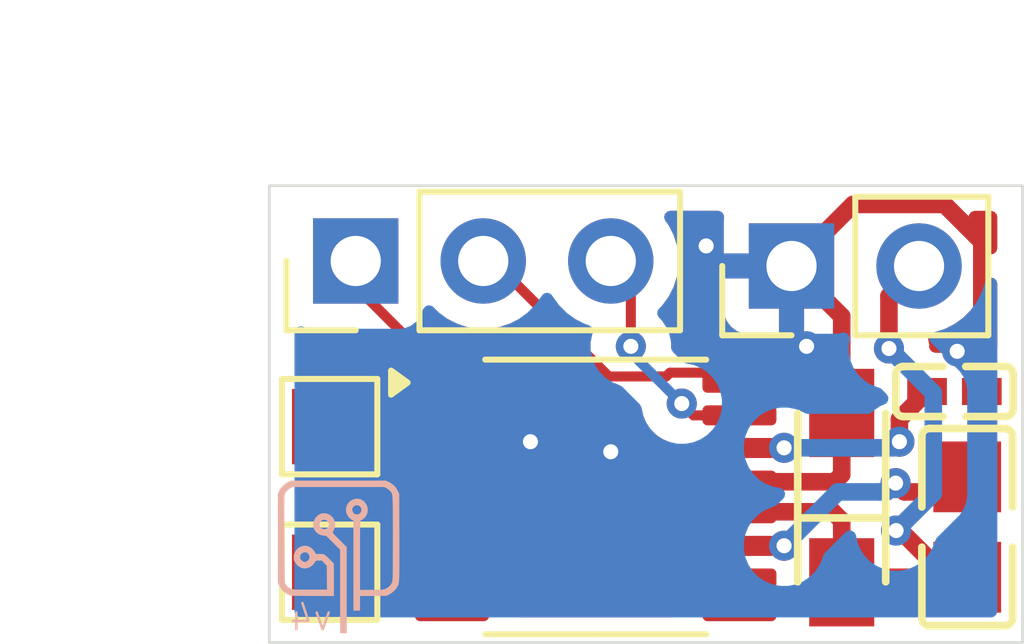
<source format=kicad_pcb>
(kicad_pcb (version 20241229) (generator "pcbnew") (generator_version "9.0")
  (layers (0 "F.Cu" signal) (2 "B.Cu" signal) (13 "F.Paste" user) (15 "B.Paste" user) (5 "F.SilkS" user "F.Silkscreen") (7 "B.SilkS" user "B.Silkscreen") (1 "F.Mask" user) (3 "B.Mask" user) (25 "Edge.Cuts" user))
  (net 0 "")
  (net 1 "GND")
  (net 2 "Net-(J2-Pin_2)")
  (net 3 "VCP")
  (net 4 "Net-(J1-Pin_3)")
  (net 6 "Net-(U1-VINT)")
  (net 11 "Net-(J1-Pin_1)")
  (net 12 "Net-(J3-Pin_1)")
  (net 13 "Net-(J4-Pin_1)")
  (net 14 "Net-(J1-Pin_2)")
  (footprint "CC0805KRX7R9BB104:CC0805KRX7R9BB104" (layer "F.Cu") (at 143.2 69.8 -90)
    (property "Reference" "C3" (hide yes))
    (property "Value" "100nF" (hide yes))
    (fp_line (start -0.4012 0.9036) (end -1.8112 0.9036) (stroke (width 0.1524)) (layer "F.SilkS"))
    (fp_line (start 0.4012 0.9036) (end 1.8112 0.9036) (stroke (width 0.1524)) (layer "F.SilkS"))
    (fp_line (start -1.9636 0.7512) (end -1.9636 -0.7512) (stroke (width 0.1524)) (layer "F.SilkS"))
    (fp_line (start 1.9636 0.7512) (end 1.9636 -0.7512) (stroke (width 0.1524)) (layer "F.SilkS"))
    (fp_line (start -1.8112 -0.9036) (end -0.4012 -0.9036) (stroke (width 0.1524)) (layer "F.SilkS"))
    (fp_line (start 1.8112 -0.9036) (end 0.4012 -0.9036) (stroke (width 0.1524)) (layer "F.SilkS"))
    (fp_arc (start -1.8112 0.9036) (mid -1.918963 0.858963) (end -1.9636 0.7512) (stroke (width 0.1524)) (layer "F.SilkS"))
    (fp_arc (start 1.9636 0.7512) (mid 1.918963 0.858963) (end 1.8112 0.9036) (stroke (width 0.1524)) (layer "F.SilkS"))
    (fp_arc (start -1.9636 -0.7512) (mid -1.918963 -0.858963) (end -1.8112 -0.9036) (stroke (width 0.1524)) (layer "F.SilkS"))
    (fp_arc (start 1.8112 -0.9036) (mid 1.918963 -0.858963) (end 1.9636 -0.7512) (stroke (width 0.1524)) (layer "F.SilkS"))
    (pad "1" smd rect (at -1 0 270) (size 1.41 1.35) (layers "F.Cu" "F.Mask" "F.Paste") (net 3 "VCP"))
    (pad "2" smd rect (at 1 0 270) (size 1.41 1.35) (layers "F.Cu" "F.Mask" "F.Paste") (net 2 "Net-(J2-Pin_2)"))
  )
  (footprint "Connector_PinHeader_2.54mm:PinHeader_1x02_P2.54mm_Vertical" (layer "F.Cu") (at 139.7 64.6 90)
    (property "Reference" "J2" (hide yes))
    (property "Value" "Conn_01x02_Pin" (hide yes))
    (fp_line (start -1.38 -1.38) (end 0 -1.38) (stroke (width 0.12)) (layer "F.SilkS"))
    (fp_line (start -1.38 0) (end -1.38 -1.38) (stroke (width 0.12)) (layer "F.SilkS"))
    (fp_line (start 1.38 1.27) (end 1.38 3.92) (stroke (width 0.12)) (layer "F.SilkS"))
    (fp_line (start -1.38 1.27) (end 1.38 1.27) (stroke (width 0.12)) (layer "F.SilkS"))
    (fp_line (start -1.38 1.27) (end -1.38 3.92) (stroke (width 0.12)) (layer "F.SilkS"))
    (fp_line (start -1.38 3.92) (end 1.38 3.92) (stroke (width 0.12)) (layer "F.SilkS"))
    (pad "1" thru_hole rect (at 0 0 90) (size 1.7 1.7) (drill 1) (layers "*.Cu" "*.Mask") (net 1 "GND"))
    (pad "2" thru_hole circle (at 0 2.54 90) (size 1.7 1.7) (drill 1) (layers "*.Cu" "*.Mask") (net 2 "Net-(J2-Pin_2)"))
  )
  (footprint "TestPoint:TestPoint_Pad_1.5x1.5mm" (layer "F.Cu") (at 130.5 67.8)
    (property "Reference" "J3" (hide yes))
    (property "Value" "Conn_01x01_Pad" (hide yes))
    (fp_line (start -0.95 -0.95) (end 0.95 -0.95) (stroke (width 0.12)) (layer "F.SilkS"))
    (fp_line (start -0.95 0.95) (end -0.95 -0.95) (stroke (width 0.12)) (layer "F.SilkS"))
    (fp_line (start 0.95 -0.95) (end 0.95 0.95) (stroke (width 0.12)) (layer "F.SilkS"))
    (fp_line (start 0.95 0.95) (end -0.95 0.95) (stroke (width 0.12)) (layer "F.SilkS"))
    (pad "1" smd rect (at 0 0) (size 1.5 1.5) (layers "F.Cu" "F.Mask") (net 12 "Net-(J3-Pin_1)"))
  )
  (footprint "Package_SO:TSSOP-16_4.4x5mm_P0.65mm" (layer "F.Cu") (at 135.8 69.2)
    (property "Reference" "U1" (hide yes))
    (property "Value" "DRV8833PW" (hide yes))
    (fp_line (start 0 -2.735) (end -2.2 -2.735) (stroke (width 0.12)) (layer "F.SilkS"))
    (fp_line (start 0 -2.735) (end 2.2 -2.735) (stroke (width 0.12)) (layer "F.SilkS"))
    (fp_line (start 0 2.735) (end -2.2 2.735) (stroke (width 0.12)) (layer "F.SilkS"))
    (fp_line (start 0 2.735) (end 2.2 2.735) (stroke (width 0.12)) (layer "F.SilkS"))
    (fp_poly (pts (xy -3.745838 -2.276973) (xy -4.075838 -2.036973) (xy -4.075838 -2.516973)) (stroke (width 0.12)) (fill yes) (layer "F.SilkS"))
    (pad "1" smd roundrect (at -2.8625 -2.275) (size 1.475 0.4) (layers "F.Cu" "F.Mask" "F.Paste") (net 11 "Net-(J1-Pin_1)"))
    (pad "2" smd roundrect (at -2.8625 -1.625) (size 1.475 0.4) (layers "F.Cu" "F.Mask" "F.Paste") (net 12 "Net-(J3-Pin_1)"))
    (pad "3" smd roundrect (at -2.8625 -0.975) (size 1.475 0.4) (layers "F.Cu" "F.Mask" "F.Paste") (net 1 "GND"))
    (pad "4" smd roundrect (at -2.8625 -0.325) (size 1.475 0.4) (layers "F.Cu" "F.Mask" "F.Paste") (net 13 "Net-(J4-Pin_1)"))
    (pad "5" smd roundrect (at -2.8625 0.325) (size 1.475 0.4) (layers "F.Cu" "F.Mask" "F.Paste"))
    (pad "6" smd roundrect (at -2.8625 0.975) (size 1.475 0.4) (layers "F.Cu" "F.Mask" "F.Paste") (net 1 "GND"))
    (pad "7" smd roundrect (at -2.8625 1.625) (size 1.475 0.4) (layers "F.Cu" "F.Mask" "F.Paste"))
    (pad "8" smd roundrect (at -2.8625 2.275) (size 1.475 0.4) (layers "F.Cu" "F.Mask" "F.Paste"))
    (pad "9" smd roundrect (at 2.8625 2.275) (size 1.475 0.4) (layers "F.Cu" "F.Mask" "F.Paste"))
    (pad "10" smd roundrect (at 2.8625 1.625) (size 1.475 0.4) (layers "F.Cu" "F.Mask" "F.Paste"))
    (pad "11" smd roundrect (at 2.8625 0.975) (size 1.475 0.4) (layers "F.Cu" "F.Mask" "F.Paste") (net 3 "VCP"))
    (pad "12" smd roundrect (at 2.8625 0.325) (size 1.475 0.4) (layers "F.Cu" "F.Mask" "F.Paste") (net 2 "Net-(J2-Pin_2)"))
    (pad "13" smd roundrect (at 2.8625 -0.325) (size 1.475 0.4) (layers "F.Cu" "F.Mask" "F.Paste") (net 1 "GND"))
    (pad "14" smd roundrect (at 2.8625 -0.975) (size 1.475 0.4) (layers "F.Cu" "F.Mask" "F.Paste") (net 6 "Net-(U1-VINT)"))
    (pad "15" smd roundrect (at 2.8625 -1.625) (size 1.475 0.4) (layers "F.Cu" "F.Mask" "F.Paste") (net 4 "Net-(J1-Pin_3)"))
    (pad "16" smd roundrect (at 2.8625 -2.275) (size 1.475 0.4) (layers "F.Cu" "F.Mask" "F.Paste") (net 14 "Net-(J1-Pin_2)"))
  )
  (footprint "GRM155R60J225KE01D:GRM155R60J225KE01D" (layer "F.Cu") (at 142.9451 67.1)
    (property "Reference" "C1" (hide yes))
    (property "Value" "2.2uF" (hide yes))
    (fp_line (start -1.1687 0.3462) (end -1.1687 -0.3462) (stroke (width 0.1524)) (layer "F.SilkS"))
    (fp_line (start -1.0163 -0.4986) (end -0.2262 -0.4986) (stroke (width 0.1524)) (layer "F.SilkS"))
    (fp_line (start -0.2262 0.4986) (end -1.0163 0.4986) (stroke (width 0.1524)) (layer "F.SilkS"))
    (fp_line (start 0.2262 0.4986) (end 1.0163 0.4986) (stroke (width 0.1524)) (layer "F.SilkS"))
    (fp_line (start 1.0163 -0.4986) (end 0.2262 -0.4986) (stroke (width 0.1524)) (layer "F.SilkS"))
    (fp_line (start 1.1687 0.3462) (end 1.1687 -0.3462) (stroke (width 0.1524)) (layer "F.SilkS"))
    (fp_arc (start -1.1687 -0.3462) (mid -1.124063 -0.453963) (end -1.0163 -0.4986) (stroke (width 0.1524)) (layer "F.SilkS"))
    (fp_arc (start -1.0163 0.4986) (mid -1.124063 0.453963) (end -1.1687 0.3462) (stroke (width 0.1524)) (layer "F.SilkS"))
    (fp_arc (start 1.0163 -0.4986) (mid 1.124063 -0.453963) (end 1.1687 -0.3462) (stroke (width 0.1524)) (layer "F.SilkS"))
    (fp_arc (start 1.1687 0.3462) (mid 1.124063 0.453963) (end 1.0163 0.4986) (stroke (width 0.1524)) (layer "F.SilkS"))
    (pad "1" smd rect (at -0.5451 0) (size 0.7901 0.54) (layers "F.Cu" "F.Mask" "F.Paste") (net 6 "Net-(U1-VINT)"))
    (pad "2" smd rect (at 0.5451 0) (size 0.7901 0.54) (layers "F.Cu" "F.Mask" "F.Paste") (net 1 "GND"))
  )
  (footprint "Connector_PinHeader_2.54mm:PinHeader_1x03_P2.54mm_Vertical" (layer "F.Cu") (at 131.02 64.5 90)
    (property "Reference" "J1" (hide yes))
    (property "Value" "Conn_01x03_Pin" (hide yes))
    (fp_line (start -1.38 -1.38) (end 0 -1.38) (stroke (width 0.12)) (layer "F.SilkS"))
    (fp_line (start -1.38 0) (end -1.38 -1.38) (stroke (width 0.12)) (layer "F.SilkS"))
    (fp_line (start 1.38 1.27) (end 1.38 6.46) (stroke (width 0.12)) (layer "F.SilkS"))
    (fp_line (start -1.38 1.27) (end 1.38 1.27) (stroke (width 0.12)) (layer "F.SilkS"))
    (fp_line (start -1.38 1.27) (end -1.38 6.46) (stroke (width 0.12)) (layer "F.SilkS"))
    (fp_line (start -1.38 6.46) (end 1.38 6.46) (stroke (width 0.12)) (layer "F.SilkS"))
    (pad "1" thru_hole rect (at 0 0 90) (size 1.7 1.7) (drill 1) (layers "*.Cu" "*.Mask") (net 11 "Net-(J1-Pin_1)"))
    (pad "2" thru_hole circle (at 0 2.54 90) (size 1.7 1.7) (drill 1) (layers "*.Cu" "*.Mask") (net 14 "Net-(J1-Pin_2)"))
    (pad "3" thru_hole circle (at 0 5.08 90) (size 1.7 1.7) (drill 1) (layers "*.Cu" "*.Mask") (net 4 "Net-(J1-Pin_3)"))
  )
  (footprint "TAJA106K016RNJ:TAJA106K016RNJ" (layer "F.Cu") (at 140.7 69.2137 90)
    (property "Reference" "C2" (hide yes))
    (property "Value" "10uF" (hide yes))
    (fp_line (start 1.6762 -0.8762) (end -1.6762 -0.8762) (stroke (width 0.1524)) (layer "F.SilkS"))
    (fp_line (start 1.6762 0.8762) (end -1.6762 0.8762) (stroke (width 0.1524)) (layer "F.SilkS"))
    (fp_line (start -0.4043 0.8762) (end -0.4043 -0.8762) (stroke (width 0.1524)) (layer "F.SilkS"))
    (pad "1" smd rect (at -1.6863 0 270) (size 1.7575 1.296) (layers "F.Cu" "F.Mask" "F.Paste") (net 2 "Net-(J2-Pin_2)"))
    (pad "2" smd rect (at 1.6863 0 270) (size 1.7575 1.296) (layers "F.Cu" "F.Mask" "F.Paste") (net 1 "GND"))
    (zone (net 0) (net_name "") (layer "F.SilkS") (priority 100) (connect_pads yes (clearance 0)) (min_thickness 0) (fill yes (thermal_gap 0.5) (thermal_bridge_width 0.5))
      (polygon (pts (xy 139.7476 70.8137) (xy 139.8996 70.8137) (xy 139.8996 71.2709) (xy 139.7476 71.2709)))
    )
    (zone (net 0) (net_name "") (layer "F.SilkS") (priority 100) (connect_pads yes (clearance 0)) (min_thickness 0) (fill yes (thermal_gap 0.5) (thermal_bridge_width 0.5))
      (polygon (pts (xy 141.6524 70.8137) (xy 141.5004 70.8137) (xy 141.5004 71.2709) (xy 141.6524 71.2709)))
    )
  )
  (footprint "TestPoint:TestPoint_Pad_1.5x1.5mm" (layer "F.Cu") (at 130.5 70.7)
    (property "Reference" "J4" (hide yes))
    (property "Value" "Conn_01x01_Pad" (hide yes))
    (fp_line (start -0.95 -0.95) (end 0.95 -0.95) (stroke (width 0.12)) (layer "F.SilkS"))
    (fp_line (start -0.95 0.95) (end -0.95 -0.95) (stroke (width 0.12)) (layer "F.SilkS"))
    (fp_line (start 0.95 -0.95) (end 0.95 0.95) (stroke (width 0.12)) (layer "F.SilkS"))
    (fp_line (start 0.95 0.95) (end -0.95 0.95) (stroke (width 0.12)) (layer "F.SilkS"))
    (pad "1" smd rect (at 0 0) (size 1.5 1.5) (layers "F.Cu" "F.Mask") (net 13 "Net-(J4-Pin_1)"))
  )
  (footprint "LOGO" (layer "B.Cu") (at 130.7 70.3 180)
    (property "Reference" "G***" (hide yes))
    (property "Value" "LOGO" (hide yes))
    (fp_poly (pts (xy 0.386402 0.762981) (xy 0.434962 0.733761) (xy 0.476196 0.691497) (xy 0.507162 0.640244) (xy 0.524917 0.584055) (xy 0.526986 0.56933) (xy 0.525018 0.509062) (xy 0.507526 0.453991) (xy 0.476371 0.406262) (xy 0.433413 0.368018) (xy 0.380513 0.341401) (xy 0.319531 0.328556) (xy 0.317859 0.328426) (xy 0.26918 0.324783) (xy 0.130177 0.186765) (xy -0.008826 0.048748) (xy -0.008826 -0.783166) (xy -0.008826 -1.61508) (xy -0.075017 -1.61508) (xy -0.141209 -1.61508) (xy -0.141209 -0.75689) (xy -0.141209 0.101299) (xy 0.002116 0.244823) (xy 0.047932 0.290818) (xy 0.082584 0.326093) (xy 0.107442 0.352359) (xy 0.123874 0.371326) (xy 0.133251 0.384705) (xy 0.136941 0.394207) (xy 0.136312 0.40154) (xy 0.132876 0.408193) (xy 0.102674 0.470141) (xy 0.089325 0.532768) (xy 0.090577 0.555087) (xy 0.213237 0.555087) (xy 0.21695 0.522333) (xy 0.231458 0.493497) (xy 0.254703 0.471281) (xy 0.28463 0.458388) (xy 0.319179 0.45752) (xy 0.356294 0.471381) (xy 0.359332 0.473218) (xy 0.385539 0.499372) (xy 0.397904 0.536261) (xy 0.398916 0.55287) (xy 0.391575 0.590464) (xy 0.372014 0.619748) (xy 0.343923 0.639058) (xy 0.310994 0.646733) (xy 0.276918 0.641112) (xy 0.246424 0.62154) (xy 0.222375 0.589057) (xy 0.213237 0.555087) (xy 0.090577 0.555087) (xy 0.09278 0.594366) (xy 0.112992 0.653229) (xy 0.141021 0.696983) (xy 0.181119 0.734513) (xy 0.230737 0.760817) (xy 0.28543 0.774698) (xy 0.34075 0.77496)) (fill yes) (layer "B.SilkS"))
    (fp_poly (pts (xy 1.025971 1.400412) (xy 1.089945 1.360683) (xy 1.145969 1.309538) (xy 1.189991 1.250926) (xy 1.202272 1.228456) (xy 1.231167 1.16976) (xy 1.231167 0.278191) (xy 1.231167 -0.613377) (xy 1.207259 -0.6644) (xy 1.17464 -0.718671) (xy 1.130661 -0.770127) (xy 1.08018 -0.813845) (xy 1.030047 -0.843995) (xy 0.975226 -0.869319) (xy 0.544979 -0.871768) (xy 0.114732 -0.874217) (xy 0.114732 -0.550652) (xy 0.114732 -0.227087) (xy 0.196369 -0.143642) (xy 0.228973 -0.111203) (xy 0.235247 -0.105291) (xy 0.599149 -0.105291) (xy 0.611801 -0.141152) (xy 0.630146 -0.164156) (xy 0.663141 -0.188298) (xy 0.696547 -0.194841) (xy 0.73083 -0.183794) (xy 0.754279 -0.166772) (xy 0.774062 -0.146959) (xy 0.783133 -0.128139) (xy 0.785461 -0.101545) (xy 0.785476 -0.097818) (xy 0.783309 -0.068703) (xy 0.774466 -0.048188) (xy 0.75842 -0.030334) (xy 0.73546 -0.0126) (xy 0.710692 -0.005316) (xy 0.691504 -0.004413) (xy 0.663396 -0.006643) (xy 0.643606 -0.015984) (xy 0.625892 -0.033235) (xy 0.603827 -0.068754) (xy 0.599149 -0.105291) (xy 0.235247 -0.105291) (xy 0.259319 -0.082607) (xy 0.284244 -0.060732) (xy 0.300585 -0.048452) (xy 0.301838 -0.04775) (xy 0.325973 -0.040582) (xy 0.363663 -0.036182) (xy 0.398919 -0.035007) (xy 0.472168 -0.034712) (xy 0.498645 0.011027) (xy 0.536985 0.061823) (xy 0.583273 0.098407) (xy 0.634945 0.120747) (xy 0.689435 0.12881) (xy 0.74418 0.122563) (xy 0.796615 0.101973) (xy 0.844174 0.067009) (xy 0.884293 0.017636) (xy 0.885337 0.015961) (xy 0.907856 -0.035638) (xy 0.916939 -0.092541) (xy 0.91198 -0.148792) (xy 0.904594 -0.173398) (xy 0.877796 -0.222869) (xy 0.839506 -0.265679) (xy 0.79345 -0.299045) (xy 0.743353 -0.320183) (xy 0.699758 -0.32646) (xy 0.643013 -0.318281) (xy 0.588201 -0.295246) (xy 0.53957 -0.259996) (xy 0.501369 -0.215174) (xy 0.490565 -0.196369) (xy 0.482062 -0.181153) (xy 0.472578 -0.172573) (xy 0.45721 -0.168728) (xy 0.431053 -0.16772) (xy 0.416505 -0.167686) (xy 0.356883 -0.167686) (xy 0.306878 -0.218433) (xy 0.256872 -0.26918) (xy 0.255122 -0.50747) (xy 0.253371 -0.745761) (xy 0.592235 -0.745761) (xy 0.678772 -0.745724) (xy 0.749504 -0.745555) (xy 0.80628 -0.745163) (xy 0.850946 -0.744459) (xy 0.885349 -0.743352) (xy 0.911336 -0.741753) (xy 0.930754 -0.739572) (xy 0.94545 -0.736718) (xy 0.957271 -0.733103) (xy 0.968064 -0.728636) (xy 0.970912 -0.727332) (xy 1.018494 -0.697687) (xy 1.05995 -0.657629) (xy 1.083597 -0.623473) (xy 1.086136 -0.617861) (xy 1.088386 -0.610152) (xy 1.090368 -0.59928) (xy 1.092103 -0.584184) (xy 1.093613 -0.563799) (xy 1.09492 -0.537062) (xy 1.096044 -0.50291) (xy 1.097008 -0.46028) (xy 1.097833 -0.408108) (xy 1.098539 -0.345331) (xy 1.099149 -0.270886) (xy 1.099685 -0.183709) (xy 1.100167 -0.082736) (xy 1.100616 0.033095) (xy 1.101055 0.164848) (xy 1.101335 0.255942) (xy 1.101733 0.410454) (xy 1.101948 0.548023) (xy 1.101972 0.669354) (xy 1.1018 0.775154) (xy 1.101426 0.866128) (xy 1.100843 0.942984) (xy 1.100045 1.006427) (xy 1.099027 1.057163) (xy 1.097782 1.0959) (xy 1.096304 1.123343) (xy 1.094586 1.140198) (xy 1.093672 1.144749) (xy 1.073887 1.188155) (xy 1.041095 1.229246) (xy 0.999744 1.263061) (xy 0.975717 1.27641) (xy 0.931098 1.297187) (xy 0.022644 1.297273) (xy -0.88581 1.297359) (xy -0.925358 1.278214) (xy -0.956033 1.259663) (xy -0.987189 1.235244) (xy -0.99803 1.224938) (xy -1.007985 1.214898) (xy -1.016797 1.205799) (xy -1.024536 1.196559) (xy -1.031269 1.186099) (xy -1.037068 1.173335) (xy -1.042002 1.157187) (xy -1.04614 1.136572) (xy -1.049553 1.11041) (xy -1.052309 1.07762) (xy -1.054478 1.037118) (xy -1.056131 0.987825) (xy -1.057336 0.928658) (xy -1.058163 0.858536) (xy -1.058682 0.776378) (xy -1.058963 0.681102) (xy -1.059075 0.571626) (xy -1.059087 0.44687) (xy -1.05907 0.305751) (xy -1.059069 0.276765) (xy -1.05906 0.136803) (xy -1.059018 0.013382) (xy -1.058922 -0.094608) (xy -1.058748 -0.188279) (xy -1.058475 -0.268739) (xy -1.05808 -0.3371) (xy -1.057541 -0.394471) (xy -1.056835 -0.441963) (xy -1.055941 -0.480687) (xy -1.054837 -0.511753) (xy -1.053499 -0.53627) (xy -1.051906 -0.55535) (xy -1.050036 -0.570103) (xy -1.047865 -0.581638) (xy -1.045373 -0.591067) (xy -1.042536 -0.599499) (xy -1.041439 -0.602469) (xy -1.014012 -0.653558) (xy -0.972755 -0.695597) (xy -0.926685 -0.724885) (xy -0.914221 -0.731063) (xy -0.90175 -0.735912) (xy -0.886984 -0.739625) (xy -0.86763 -0.742398) (xy -0.841398 -0.744424) (xy -0.805998 -0.745897) (xy -0.759138 -0.747012) (xy -0.698529 -0.747963) (xy -0.646473 -0.748638) (xy -0.405976 -0.751648) (xy -0.405976 -0.062239) (xy -0.405994 0.064539) (xy -0.406064 0.174821) (xy -0.406212 0.269764) (xy -0.406463 0.350523) (xy -0.406844 0.418255) (xy -0.40738 0.474115) (xy -0.408096 0.519258) (xy -0.409019 0.554842) (xy -0.410174 0.582021) (xy -0.411587 0.601951) (xy -0.413283 0.615789) (xy -0.415289 0.62469) (xy -0.417629 0.629809) (xy -0.42033 0.632304) (xy -0.421421 0.632791) (xy -0.462735 0.655296) (xy -0.501615 0.689717) (xy -0.532083 0.730678) (xy -0.533862 0.733864) (xy -0.554958 0.788624) (xy -0.560941 0.844351) (xy -0.560802 0.845338) (xy -0.433806 0.845338) (xy -0.428655 0.810766) (xy -0.409678 0.779133) (xy -0.406655 0.775972) (xy -0.375372 0.755888) (xy -0.339093 0.749678) (xy -0.303692 0.757929) (xy -0.292275 0.764566) (xy -0.269129 0.790149) (xy -0.254671 0.824577) (xy -0.252025 0.859943) (xy -0.252778 0.86453) (xy -0.267502 0.896479) (xy -0.294739 0.920869) (xy -0.329805 0.934124) (xy -0.345746 0.935511) (xy -0.381102 0.927937) (xy -0.40855 0.9078) (xy -0.426611 0.878975) (xy -0.433806 0.845338) (xy -0.560802 0.845338) (xy -0.553312 0.898666) (xy -0.533571 0.949192) (xy -0.503218 0.99355) (xy -0.463751 1.029361) (xy -0.416672 1.054247) (xy -0.36348 1.06583) (xy -0.325075 1.064953) (xy -0.265387 1.050088) (xy -0.215047 1.022345) (xy -0.174938 0.984233) (xy -0.145941 0.938264) (xy -0.128938 0.886948) (xy -0.12481 0.832796) (xy -0.13444 0.778317) (xy -0.158709 0.726024) (xy -0.191647 0.685027) (xy -0.215724 0.663783) (xy -0.239833 0.646826) (xy -0.248428 0.642272) (xy -0.273593 0.631133) (xy -0.273593 -0.266921) (xy -0.273593 -1.164976) (xy -0.339785 -1.164976) (xy -0.405976 -1.164976) (xy -0.405976 -1.019725) (xy -0.405976 -0.874474) (xy -0.668537 -0.871897) (xy -0.931098 -0.869319) (xy -0.981563 -0.845666) (xy -1.030073 -0.816993) (xy -1.077746 -0.778496) (xy -1.118714 -0.735408) (xy -1.141767 -0.702791) (xy -1.149836 -0.689128) (xy -1.156992 -0.676574) (xy -1.163285 -0.664038) (xy -1.168768 -0.650431) (xy -1.173493 -0.634666) (xy -1.177512 -0.615652) (xy -1.180876 -0.5923) (xy -1.183638 -0.563523) (xy -1.18585 -0.528229) (xy -1.187562 -0.485332) (xy -1.188829 -0.433741) (xy -1.189701 -0.372368) (xy -1.19023 -0.300123) (xy -1.190468 -0.215918) (xy -1.190468 -0.118663) (xy -1.190281 -0.00727) (xy -1.189959 0.11935) (xy -1.189554 0.262287) (xy -1.189457 0.296899) (xy -1.18704 1.161492) (xy -1.153747 1.228849) (xy -1.115838 1.291313) (xy -1.068819 1.341458) (xy -1.009421 1.382454) (xy -0.979639 1.39788) (xy -0.922272 1.42533) (xy 0.026477 1.42533) (xy 0.975226 1.42533)) (fill yes) (layer "B.SilkS"))
  )
  (gr_rect (start 129.3 63) (end 144.3 72.1) (stroke (width 0.05)) (fill no) (layer "Edge.Cuts"))
  (gr_text "v4" (at 130.585268 71.9 0) (layer "B.SilkS") (effects (font (size 0.5 0.5) (thickness 0.05)) (justify left bottom mirror)))
  (segment (start 140.7 67.5274) (end 140.7 65.6) (width 0.35) (layer "F.Cu") (net 1))
  (segment (start 138.685069 68.897569) (end 140.558581 68.897569) (width 0.35) (layer "F.Cu") (net 1))
  (segment (start 134.498938 68.875) (end 134.498938 69.377) (width 0.35) (layer "F.Cu") (net 1))
  (segment (start 142.747826 63.374) (end 140.926 63.374) (width 0.35) (layer "F.Cu") (net 1))
  (segment (start 140.558581 68.897569) (end 140.7 68.75615) (width 0.35) (layer "F.Cu") (net 1))
  (segment (start 133.700938 70.175) (end 132.9375 70.175) (width 0.35) (layer "F.Cu") (net 1))
  (segment (start 133.848938 68.225) (end 132.9375 68.225) (width 0.35) (layer "F.Cu") (net 1))
  (segment (start 138.6625 68.875) (end 134.498938 68.875) (width 0.35) (layer "F.Cu") (net 1))
  (segment (start 140.7 65.6) (end 139.7 64.6) (width 0.35) (layer "F.Cu") (net 1))
  (segment (start 140.7 68.75615) (end 140.7 67.5274) (width 0.35) (layer "F.Cu") (net 1))
  (segment (start 140.926 63.374) (end 139.7 64.6) (width 0.35) (layer "F.Cu") (net 1))
  (segment (start 134.498938 68.875) (end 133.848938 68.225) (width 0.35) (layer "F.Cu") (net 1))
  (segment (start 138.6625 68.875) (end 138.685069 68.897569) (width 0.35) (layer "F.Cu") (net 1))
  (segment (start 143.4902 67.1) (end 143.4902 64.116374) (width 0.35) (layer "F.Cu") (net 1))
  (segment (start 143.4902 64.116374) (end 142.747826 63.374) (width 0.35) (layer "F.Cu") (net 1))
  (segment (start 134.498938 69.377) (end 133.700938 70.175) (width 0.35) (layer "F.Cu") (net 1))
  (via (at 143 66.3) (size 0.6) (drill 0.3) (layers "F.Cu" "B.Cu") (net 1))
  (via (at 140 66.2) (size 0.6) (drill 0.3) (layers "F.Cu" "B.Cu") (net 1))
  (via (at 136.1 68.3) (size 0.6) (drill 0.3) (layers "F.Cu" "B.Cu") (net 1))
  (via (at 138 64.2) (size 0.6) (drill 0.3) (layers "F.Cu" "B.Cu") (net 1))
  (via (at 134.5 68.1) (size 0.6) (drill 0.3) (layers "F.Cu" "B.Cu") (net 1))
  (segment (start 138.691931 69.495569) (end 140.524319 69.495569) (width 0.35) (layer "F.Cu") (net 2))
  (segment (start 140.524319 69.495569) (end 140.7 69.67125) (width 0.35) (layer "F.Cu") (net 2))
  (segment (start 142.8 70.8) (end 140.8 70.8) (width 0.35) (layer "F.Cu") (net 2))
  (segment (start 141.782917 69.869664) (end 141.869664 69.869664) (width 0.35) (layer "F.Cu") (net 2))
  (segment (start 141.640897 66.243418) (end 141.640897 65.199103) (width 0.35) (layer "F.Cu") (net 2))
  (segment (start 140.8 70.8) (end 140.7 70.9) (width 0.35) (layer "F.Cu") (net 2))
  (segment (start 138.6625 69.525) (end 138.691931 69.495569) (width 0.35) (layer "F.Cu") (net 2))
  (segment (start 141.640897 65.199103) (end 142.24 64.6) (width 0.35) (layer "F.Cu") (net 2))
  (segment (start 140.7 69.67125) (end 140.7 70.9) (width 0.35) (layer "F.Cu") (net 2))
  (segment (start 141.869664 69.869664) (end 142.8 70.8) (width 0.35) (layer "F.Cu") (net 2))
  (via (at 141.782917 69.869664) (size 0.6) (drill 0.3) (layers "F.Cu" "B.Cu") (net 2))
  (via (at 141.640897 66.243418) (size 0.6) (drill 0.3) (layers "F.Cu" "B.Cu") (net 2))
  (segment (start 142.523999 67.12652) (end 142.523999 69.128582) (width 0.35) (layer "B.Cu") (net 2))
  (segment (start 141.640897 66.243418) (end 142.523999 67.12652) (width 0.35) (layer "B.Cu") (net 2))
  (segment (start 142.523999 69.128582) (end 141.782917 69.869664) (width 0.35) (layer "B.Cu") (net 2))
  (segment (start 141.948999 69.1) (end 142.5 69.1) (width 0.35) (layer "F.Cu") (net 3))
  (segment (start 142.5 69.1) (end 142.8 68.8) (width 0.35) (layer "F.Cu") (net 3))
  (segment (start 141.773492 68.924493) (end 141.948999 69.1) (width 0.35) (layer "F.Cu") (net 3))
  (segment (start 138.6625 70.175) (end 139.548568 70.175) (width 0.35) (layer "F.Cu") (net 3))
  (segment (start 139.548568 70.175) (end 139.551999 70.171569) (width 0.35) (layer "F.Cu") (net 3))
  (via (at 139.551999 70.171569) (size 0.6) (drill 0.3) (layers "F.Cu" "B.Cu") (net 3))
  (via (at 141.773492 68.924493) (size 0.6) (drill 0.3) (layers "F.Cu" "B.Cu") (net 3))
  (segment (start 141.448999 69.1) (end 141.597985 69.1) (width 0.35) (layer "B.Cu") (net 3))
  (segment (start 141.597985 69.1) (end 141.773492 68.924493) (width 0.35) (layer "B.Cu") (net 3))
  (segment (start 140.623568 69.1) (end 139.551999 70.171569) (width 0.35) (layer "B.Cu") (net 3))
  (segment (start 141.448999 69.1) (end 140.623568 69.1) (width 0.35) (layer "B.Cu") (net 3))
  (segment (start 136.5 66.2) (end 136.5 64.9) (width 0.2) (layer "F.Cu") (net 4))
  (segment (start 136.5 64.9) (end 136.1 64.5) (width 0.2) (layer "F.Cu") (net 4))
  (segment (start 137.748913 67.575) (end 138.6625 67.575) (width 0.2) (layer "F.Cu") (net 4))
  (segment (start 137.513777 67.339864) (end 137.748913 67.575) (width 0.2) (layer "F.Cu") (net 4))
  (via (at 136.5 66.2) (size 0.6) (drill 0.3) (layers "F.Cu" "B.Cu") (net 4))
  (via (at 137.513777 67.339864) (size 0.6) (drill 0.3) (layers "F.Cu" "B.Cu") (net 4))
  (segment (start 136.5 66.326087) (end 137.513777 67.339864) (width 0.2) (layer "B.Cu") (net 4))
  (segment (start 136.5 66.2) (end 136.5 66.326087) (width 0.2) (layer "B.Cu") (net 4))
  (segment (start 139.548569 68.225) (end 139.552 68.221569) (width 0.35) (layer "F.Cu") (net 6))
  (segment (start 138.6625 68.225) (end 139.548569 68.225) (width 0.35) (layer "F.Cu") (net 6))
  (segment (start 141.848999 67.651001) (end 142.4 67.1) (width 0.35) (layer "F.Cu") (net 6))
  (segment (start 141.848999 68.1) (end 141.848999 67.651001) (width 0.35) (layer "F.Cu") (net 6))
  (via (at 139.552 68.221569) (size 0.6) (drill 0.3) (layers "F.Cu" "B.Cu") (net 6))
  (via (at 141.848999 68.1) (size 0.6) (drill 0.3) (layers "F.Cu" "B.Cu") (net 6))
  (segment (start 141.72743 68.221569) (end 141.848999 68.1) (width 0.35) (layer "B.Cu") (net 6))
  (segment (start 141.30517 68.221569) (end 141.72743 68.221569) (width 0.35) (layer "B.Cu") (net 6))
  (segment (start 139.552 68.221569) (end 141.30517 68.221569) (width 0.35) (layer "B.Cu") (net 6))
  (segment (start 131.22 64.5) (end 131.22 65.2075) (width 0.2) (layer "F.Cu") (net 11))
  (segment (start 131.22 65.2075) (end 132.9375 66.925) (width 0.2) (layer "F.Cu") (net 11))
  (segment (start 130.725 67.575) (end 130.5 67.8) (width 0.35) (layer "F.Cu") (net 12))
  (segment (start 132.9375 67.575) (end 130.725 67.575) (width 0.35) (layer "F.Cu") (net 12))
  (segment (start 130.5 70.549062) (end 130.5 70.7) (width 0.35) (layer "F.Cu") (net 13))
  (segment (start 132.174062 68.875) (end 130.5 70.549062) (width 0.35) (layer "F.Cu") (net 13))
  (segment (start 132.9375 68.875) (end 132.174062 68.875) (width 0.35) (layer "F.Cu") (net 13))
  (segment (start 138.462501 66.725001) (end 138.6625 66.925) (width 0.2) (layer "F.Cu") (net 14))
  (segment (start 137.203698 66.8) (end 137.278697 66.725001) (width 0.2) (layer "F.Cu") (net 14))
  (segment (start 133.76 64.5) (end 136.06 66.8) (width 0.2) (layer "F.Cu") (net 14))
  (segment (start 137.278697 66.725001) (end 138.462501 66.725001) (width 0.2) (layer "F.Cu") (net 14))
  (segment (start 136.06 66.8) (end 137.203698 66.8) (width 0.2) (layer "F.Cu") (net 14))
  (zone (net 1) (net_name "GND") (layers "F.Cu" "B.Cu") (connect_pads (clearance 0.5)) (min_thickness 0.25) (fill yes (thermal_gap 0.5) (thermal_bridge_width 0.5))
    (polygon (pts (xy 129.3 63) (xy 144.3 63) (xy 144.3 72.1) (xy 129.3 72.1)))
  )
)
</source>
